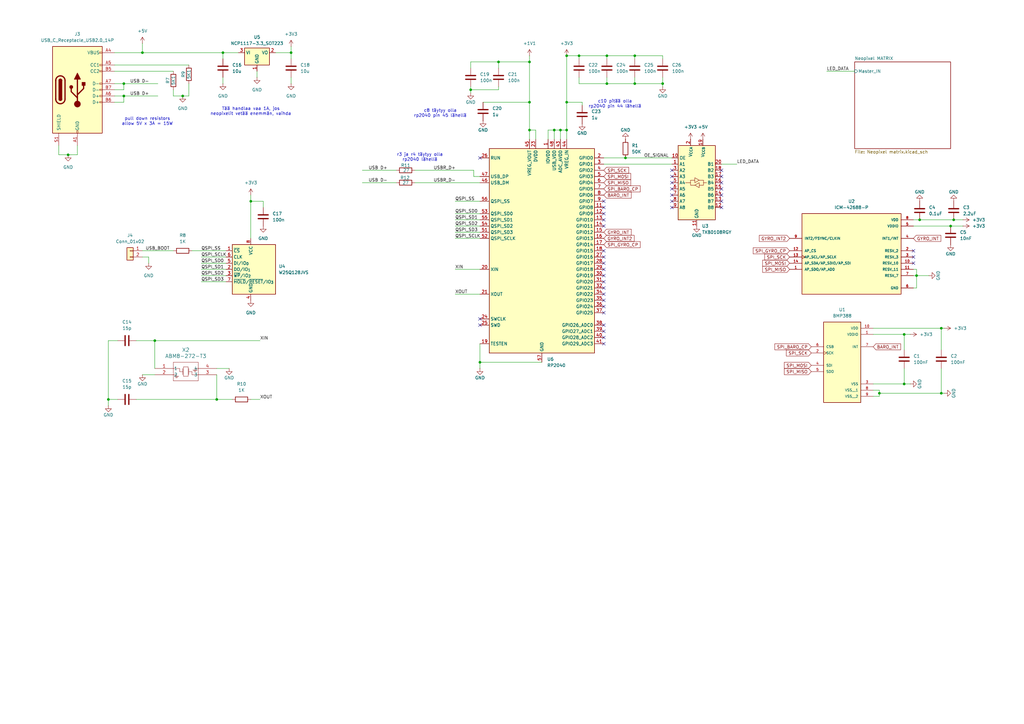
<source format=kicad_sch>
(kicad_sch (version 20250114) (generator "eeschema") (generator_version "9.0")
  (paper "A3")
  (title_block (title "This is composed of brightness only"))
  (lib_symbols
    (symbol "ABM8_272_T3:ABM8-272-T3" (pin_names (offset 0.254))
      (property "Reference" "X" (at 12.7 7.62 0))
      (property "Value" "ABM8-272-T3" (at 12.7 5.08 0))
      (symbol "ABM8-272-T3_0_1"
        (pin unspecified line (at 0 0 0) (length 7.62) (name "1") (number "1"))
        (pin unspecified line (at 0 -2.54 0) (length 7.62) (name "2") (number "2"))
        (pin unspecified line (at 25.4 0 180) (length 7.62) (name "4") (number "4"))
        (pin unspecified line (at 25.4 -2.54 180) (length 7.62) (name "3") (number "3"))
      )
    )
    (symbol "BPM388:BMP388" (pin_names (offset 1.016))
      (property "Reference" "U" (at -7.6281 15.2562 0))
      (property "Value" "BMP388" (at -7.6268 -20.3336 0))
      (symbol "BMP388_0_0"
        (pin input line (at -12.7 5.08 0) (length 5.08) (name "CSB") (number "6"))
        (pin input clock (at -12.7 2.54 0) (length 5.08) (name "SCK") (number "2"))
        (pin bidirectional line (at -12.7 -2.54 0) (length 5.08) (name "SDI") (number "4"))
        (pin bidirectional line (at -12.7 -5.08 0) (length 5.08) (name "SDO") (number "5"))
        (pin power_in line (at 12.7 12.7 180) (length 5.08) (name "VDD") (number "10"))
        (pin power_in line (at 12.7 10.16 180) (length 5.08) (name "VDDIO") (number "1"))
        (pin output line (at 12.7 5.08 180) (length 5.08) (name "INT") (number "7"))
        (pin power_in line (at 12.7 -10.16 180) (length 5.08) (name "VSS") (number "3"))
        (pin power_in line (at 12.7 -12.7 180) (length 5.08) (name "VSS__1") (number "8"))
        (pin power_in line (at 12.7 -15.24 180) (length 5.08) (name "VSS__2") (number "9"))
      )
    )
    (symbol "Connector:USB_C_Receptacle_USB2.0_14P" (pin_names (offset 1.016))
      (property "Reference" "J" (at 0 22.225 0))
      (property "Value" "USB_C_Receptacle_USB2.0_14P" (at 0 19.685 0))
      (symbol "USB_C_Receptacle_USB2.0_14P_1_1"
        (pin passive line (at -7.62 -22.86 90) (length 5.08) (name "SHIELD") (number "S1"))
        (pin passive line (at 0 -22.86 90) (length 5.08) (name "GND") (number "A1"))
        (pin passive line (at 0 -22.86 90) (length 5.08) (hide yes) (name "GND") (number "A12"))
        (pin passive line (at 0 -22.86 90) (length 5.08) (hide yes) (name "GND") (number "B1"))
        (pin passive line (at 0 -22.86 90) (length 5.08) (hide yes) (name "GND") (number "B12"))
        (pin passive line (at 15.24 15.24 180) (length 5.08) (name "VBUS") (number "A4"))
        (pin passive line (at 15.24 15.24 180) (length 5.08) (hide yes) (name "VBUS") (number "A9"))
        (pin passive line (at 15.24 15.24 180) (length 5.08) (hide yes) (name "VBUS") (number "B4"))
        (pin passive line (at 15.24 15.24 180) (length 5.08) (hide yes) (name "VBUS") (number "B9"))
        (pin bidirectional line (at 15.24 10.16 180) (length 5.08) (name "CC1") (number "A5"))
        (pin bidirectional line (at 15.24 7.62 180) (length 5.08) (name "CC2") (number "B5"))
        (pin bidirectional line (at 15.24 2.54 180) (length 5.08) (name "D-") (number "A7"))
        (pin bidirectional line (at 15.24 0 180) (length 5.08) (name "D-") (number "B7"))
        (pin bidirectional line (at 15.24 -2.54 180) (length 5.08) (name "D+") (number "A6"))
        (pin bidirectional line (at 15.24 -5.08 180) (length 5.08) (name "D+") (number "B6"))
      )
    )
    (symbol "Connector_Generic:Conn_01x02" (pin_names (offset 1.016) (hide yes))
      (property "Reference" "J" (at 0 2.54 0))
      (property "Value" "Conn_01x02" (at 0 -5.08 0))
      (symbol "Conn_01x02_1_1"
        (pin passive line (at -5.08 0 0) (length 3.81) (name "Pin_1") (number "1"))
        (pin passive line (at -5.08 -2.54 0) (length 3.81) (name "Pin_2") (number "2"))
      )
    )
    (symbol "Device:C" (pin_numbers (hide yes)) (pin_names (offset 0.254))
      (property "Reference" "C" (at 0.635 2.54 0))
      (property "Value" "C" (at 0.635 -2.54 0))
      (symbol "C_1_1"
        (pin passive line (at 0 3.81 270) (length 2.794) (name "~") (number "1"))
        (pin passive line (at 0 -3.81 90) (length 2.794) (name "~") (number "2"))
      )
    )
    (symbol "Device:R" (pin_numbers (hide yes)) (pin_names (offset 0))
      (property "Reference" "R" (at 2.032 0 90))
      (property "Value" "R" (at 0 0 90))
      (symbol "R_1_1"
        (pin passive line (at 0 3.81 270) (length 1.27) (name "~") (number "1"))
        (pin passive line (at 0 -3.81 90) (length 1.27) (name "~") (number "2"))
      )
    )
    (symbol "ICM_42688_P:ICM-42688-P" (pin_names (offset 1.016))
      (property "Reference" "U" (at -20.32 16.002 0))
      (property "Value" "ICM-42688-P" (at -20.32 -20.32 0))
      (symbol "ICM-42688-P_0_0"
        (pin bidirectional line (at -25.4 5.08 0) (length 5.08) (name "INT2/FSYNC/CLKIN") (number "9"))
        (pin input line (at -25.4 0 0) (length 5.08) (name "AP_CS") (number "12"))
        (pin input clock (at -25.4 -2.54 0) (length 5.08) (name "AP_SCL/AP_SCLK") (number "13"))
        (pin bidirectional line (at -25.4 -5.08 0) (length 5.08) (name "AP_SDA/AP_SDIO/AP_SDI") (number "14"))
        (pin bidirectional line (at -25.4 -7.62 0) (length 5.08) (name "AP_SDO/AP_AD0") (number "1"))
        (pin power_in line (at 25.4 12.7 180) (length 5.08) (name "VDD") (number "8"))
        (pin power_in line (at 25.4 10.16 180) (length 5.08) (name "VDDIO") (number "5"))
        (pin output line (at 25.4 5.08 180) (length 5.08) (name "INT1/INT") (number "4"))
        (pin passive line (at 25.4 0 180) (length 5.08) (name "RESV_2") (number "2"))
        (pin passive line (at 25.4 -2.54 180) (length 5.08) (name "RESV_3") (number "3"))
        (pin passive line (at 25.4 -5.08 180) (length 5.08) (name "RESV_10") (number "10"))
        (pin passive line (at 25.4 -7.62 180) (length 5.08) (name "RESV_11") (number "11"))
        (pin passive line (at 25.4 -10.16 180) (length 5.08) (name "RESV_7") (number "7"))
        (pin power_in line (at 25.4 -15.24 180) (length 5.08) (name "GND") (number "6"))
      )
    )
    (symbol "Logic_LevelTranslator:TXB0108RGY"
      (property "Reference" "U" (at -6.35 16.51 0))
      (property "Value" "TXB0108RGY" (at 3.81 16.51 0))
      (symbol "TXB0108RGY_1_1"
        (pin input line (at -10.16 10.16 0) (length 2.54) (name "OE") (number "10"))
        (pin bidirectional line (at -10.16 7.62 0) (length 2.54) (name "A1") (number "1"))
        (pin bidirectional line (at -10.16 5.08 0) (length 2.54) (name "A2") (number "3"))
        (pin bidirectional line (at -10.16 2.54 0) (length 2.54) (name "A3") (number "4"))
        (pin bidirectional line (at -10.16 0 0) (length 2.54) (name "A4") (number "5"))
        (pin bidirectional line (at -10.16 -2.54 0) (length 2.54) (name "A5") (number "6"))
        (pin bidirectional line (at -10.16 -5.08 0) (length 2.54) (name "A6") (number "7"))
        (pin bidirectional line (at -10.16 -7.62 0) (length 2.54) (name "A7") (number "8"))
        (pin bidirectional line (at -10.16 -10.16 0) (length 2.54) (name "A8") (number "9"))
        (pin power_in line (at -2.54 17.78 270) (length 2.54) (name "V_{CCA}") (number "2"))
        (pin power_in line (at 0 -17.78 90) (length 2.54) (name "GND") (number "11"))
        (pin passive line (at 0 -17.78 90) (length 2.54) (hide yes) (name "GND") (number "21"))
        (pin power_in line (at 2.54 17.78 270) (length 2.54) (name "V_{CCB}") (number "19"))
        (pin bidirectional line (at 10.16 7.62 180) (length 2.54) (name "B1") (number "20"))
        (pin bidirectional line (at 10.16 5.08 180) (length 2.54) (name "B2") (number "18"))
        (pin bidirectional line (at 10.16 2.54 180) (length 2.54) (name "B3") (number "17"))
        (pin bidirectional line (at 10.16 0 180) (length 2.54) (name "B4") (number "16"))
        (pin bidirectional line (at 10.16 -2.54 180) (length 2.54) (name "B5") (number "15"))
        (pin bidirectional line (at 10.16 -5.08 180) (length 2.54) (name "B6") (number "14"))
        (pin bidirectional line (at 10.16 -7.62 180) (length 2.54) (name "B7") (number "13"))
        (pin bidirectional line (at 10.16 -10.16 180) (length 2.54) (name "B8") (number "12"))
      )
    )
    (symbol "MCU_RaspberryPi:RP2040"
      (property "Reference" "U" (at 17.78 45.72 0))
      (property "Value" "RP2040" (at 17.78 43.18 0))
      (symbol "RP2040_1_1"
        (pin input line (at -25.4 38.1 0) (length 3.81) (name "RUN") (number "26"))
        (pin bidirectional line (at -25.4 30.48 0) (length 3.81) (name "USB_DP") (number "47"))
        (pin bidirectional line (at -25.4 27.94 0) (length 3.81) (name "USB_DM") (number "46"))
        (pin bidirectional line (at -25.4 20.32 0) (length 3.81) (name "QSPI_SS") (number "56"))
        (pin bidirectional line (at -25.4 15.24 0) (length 3.81) (name "QSPI_SD0") (number "53"))
        (pin bidirectional line (at -25.4 12.7 0) (length 3.81) (name "QSPI_SD1") (number "55"))
        (pin bidirectional line (at -25.4 10.16 0) (length 3.81) (name "QSPI_SD2") (number "54"))
        (pin bidirectional line (at -25.4 7.62 0) (length 3.81) (name "QSPI_SD3") (number "51"))
        (pin output line (at -25.4 5.08 0) (length 3.81) (name "QSPI_SCLK") (number "52"))
        (pin input line (at -25.4 -7.62 0) (length 3.81) (name "XIN") (number "20"))
        (pin passive line (at -25.4 -17.78 0) (length 3.81) (name "XOUT") (number "21"))
        (pin input line (at -25.4 -27.94 0) (length 3.81) (name "SWCLK") (number "24"))
        (pin bidirectional line (at -25.4 -30.48 0) (length 3.81) (name "SWD") (number "25"))
        (pin input line (at -25.4 -38.1 0) (length 3.81) (name "TESTEN") (number "19"))
        (pin power_out line (at -5.08 45.72 270) (length 3.81) (name "VREG_VOUT") (number "45"))
        (pin power_in line (at -2.54 45.72 270) (length 3.81) (name "DVDD") (number "23"))
        (pin passive line (at -2.54 45.72 270) (length 3.81) (hide yes) (name "DVDD") (number "50"))
        (pin power_in line (at 0 -45.72 90) (length 3.81) (name "GND") (number "57"))
        (pin power_in line (at 2.54 45.72 270) (length 3.81) (name "IOVDD") (number "1"))
        (pin passive line (at 2.54 45.72 270) (length 3.81) (hide yes) (name "IOVDD") (number "10"))
        (pin passive line (at 2.54 45.72 270) (length 3.81) (hide yes) (name "IOVDD") (number "22"))
        (pin passive line (at 2.54 45.72 270) (length 3.81) (hide yes) (name "IOVDD") (number "33"))
        (pin passive line (at 2.54 45.72 270) (length 3.81) (hide yes) (name "IOVDD") (number "42"))
        (pin passive line (at 2.54 45.72 270) (length 3.81) (hide yes) (name "IOVDD") (number "49"))
        (pin power_in line (at 5.08 45.72 270) (length 3.81) (name "USB_VDD") (number "48"))
        (pin power_in line (at 7.62 45.72 270) (length 3.81) (name "ADC_AVDD") (number "43"))
        (pin power_in line (at 10.16 45.72 270) (length 3.81) (name "VREG_IN") (number "44"))
        (pin bidirectional line (at 25.4 38.1 180) (length 3.81) (name "GPIO0") (number "2"))
        (pin bidirectional line (at 25.4 35.56 180) (length 3.81) (name "GPIO1") (number "3"))
        (pin bidirectional line (at 25.4 33.02 180) (length 3.81) (name "GPIO2") (number "4"))
        (pin bidirectional line (at 25.4 30.48 180) (length 3.81) (name "GPIO3") (number "5"))
        (pin bidirectional line (at 25.4 27.94 180) (length 3.81) (name "GPIO4") (number "6"))
        (pin bidirectional line (at 25.4 25.4 180) (length 3.81) (name "GPIO5") (number "7"))
        (pin bidirectional line (at 25.4 22.86 180) (length 3.81) (name "GPIO6") (number "8"))
        (pin bidirectional line (at 25.4 20.32 180) (length 3.81) (name "GPIO7") (number "9"))
        (pin bidirectional line (at 25.4 17.78 180) (length 3.81) (name "GPIO8") (number "11"))
        (pin bidirectional line (at 25.4 15.24 180) (length 3.81) (name "GPIO9") (number "12"))
        (pin bidirectional line (at 25.4 12.7 180) (length 3.81) (name "GPIO10") (number "13"))
        (pin bidirectional line (at 25.4 10.16 180) (length 3.81) (name "GPIO11") (number "14"))
        (pin bidirectional line (at 25.4 7.62 180) (length 3.81) (name "GPIO12") (number "15"))
        (pin bidirectional line (at 25.4 5.08 180) (length 3.81) (name "GPIO13") (number "16"))
        (pin bidirectional line (at 25.4 2.54 180) (length 3.81) (name "GPIO14") (number "17"))
        (pin bidirectional line (at 25.4 0 180) (length 3.81) (name "GPIO15") (number "18"))
        (pin bidirectional line (at 25.4 -2.54 180) (length 3.81) (name "GPIO16") (number "27"))
        (pin bidirectional line (at 25.4 -5.08 180) (length 3.81) (name "GPIO17") (number "28"))
        (pin bidirectional line (at 25.4 -7.62 180) (length 3.81) (name "GPIO18") (number "29"))
        (pin bidirectional line (at 25.4 -10.16 180) (length 3.81) (name "GPIO19") (number "30"))
        (pin bidirectional line (at 25.4 -12.7 180) (length 3.81) (name "GPIO20") (number "31"))
        (pin bidirectional line (at 25.4 -15.24 180) (length 3.81) (name "GPIO21") (number "32"))
        (pin bidirectional line (at 25.4 -17.78 180) (length 3.81) (name "GPIO22") (number "34"))
        (pin bidirectional line (at 25.4 -20.32 180) (length 3.81) (name "GPIO23") (number "35"))
        (pin bidirectional line (at 25.4 -22.86 180) (length 3.81) (name "GPIO24") (number "36"))
        (pin bidirectional line (at 25.4 -25.4 180) (length 3.81) (name "GPIO25") (number "37"))
        (pin bidirectional line (at 25.4 -30.48 180) (length 3.81) (name "GPIO26_ADC0") (number "38"))
        (pin bidirectional line (at 25.4 -33.02 180) (length 3.81) (name "GPIO27_ADC1") (number "39"))
        (pin bidirectional line (at 25.4 -35.56 180) (length 3.81) (name "GPIO28_ADC2") (number "40"))
        (pin bidirectional line (at 25.4 -38.1 180) (length 3.81) (name "GPIO29_ADC3") (number "41"))
      )
    )
    (symbol "Memory_Flash:W25Q128JVS"
      (property "Reference" "U" (at -6.35 11.43 0))
      (property "Value" "W25Q128JVS" (at 7.62 11.43 0))
      (symbol "W25Q128JVS_1_1"
        (pin input line (at -10.16 7.62 0) (length 2.54) (name "~{CS}") (number "1"))
        (pin input line (at -10.16 5.08 0) (length 2.54) (name "CLK") (number "6"))
        (pin bidirectional line (at -10.16 2.54 0) (length 2.54) (name "DI/IO_{0}") (number "5"))
        (pin bidirectional line (at -10.16 0 0) (length 2.54) (name "DO/IO_{1}") (number "2"))
        (pin bidirectional line (at -10.16 -2.54 0) (length 2.54) (name "~{WP}/IO_{2}") (number "3"))
        (pin bidirectional line (at -10.16 -5.08 0) (length 2.54) (name "~{HOLD}/~{RESET}/IO_{3}") (number "7"))
        (pin power_in line (at 0 12.7 270) (length 2.54) (name "VCC") (number "8"))
        (pin power_in line (at 0 -12.7 90) (length 2.54) (name "GND") (number "4"))
      )
    )
    (symbol "Regulator_Linear:NCP1117-3.3_SOT223"
      (property "Reference" "U" (at -3.81 3.175 0))
      (property "Value" "NCP1117-3.3_SOT223" (at 0 3.175 0))
      (symbol "NCP1117-3.3_SOT223_1_1"
        (pin power_in line (at -7.62 0 0) (length 2.54) (name "VI") (number "3"))
        (pin power_in line (at 0 -7.62 90) (length 2.54) (name "GND") (number "1"))
        (pin power_out line (at 7.62 0 180) (length 2.54) (name "VO") (number "2"))
      )
    )
    (symbol "power:+1V1" (power) (pin_numbers (hide yes)) (pin_names (offset 0) (hide yes))
      (property "Value" "+1V1" (at 0 3.556 0))
      (symbol "+1V1_1_1"
        (pin power_in line (at 0 0 90) (length 0) (name "~") (number "1"))
      )
    )
    (symbol "power:+3V3" (power) (pin_numbers (hide yes)) (pin_names (offset 0) (hide yes))
      (property "Value" "+3V3" (at 0 3.556 0))
      (symbol "+3V3_1_1"
        (pin power_in line (at 0 0 90) (length 0) (name "~") (number "1"))
      )
    )
    (symbol "power:+5V" (power) (pin_numbers (hide yes)) (pin_names (offset 0) (hide yes))
      (property "Value" "+5V" (at 0 3.556 0))
      (symbol "+5V_1_1"
        (pin power_in line (at 0 0 90) (length 0) (name "~") (number "1"))
      )
    )
    (symbol "power:GND" (power) (pin_numbers (hide yes)) (pin_names (offset 0) (hide yes))
      (property "Value" "GND" (at 0 -3.81 0))
      (symbol "GND_1_1"
        (pin power_in line (at 0 0 270) (length 0) (name "~") (number "1"))
      )
    )
  )
  (text "c10 pitää olla\nrp2040 pin 44 lähellä" (at 252.222 42.672 0) (effects (font (size 1.27 1.27))))
  (text "r3 ja r4 täytyy olla\nrp2040 lähellä" (at 172.212 64.516 0) (effects (font (size 1.27 1.27))))
  (text "pull down resistors\nallow 5V x 3A = 15W" (at 60.452 49.784 0) (effects (font (size 1.27 1.27))))
  (text "Tää handlaa vaa 1A, jos\nneopixelit vetää enemmän, vaihda" (at 102.87 45.72 0) (effects (font (size 1.27 1.27))))
  (text "c8 täytyy olla\nrp2040 pin 45 lähellä" (at 180.594 46.482 0) (effects (font (size 1.27 1.27))))
  (junction (at 370.84 137.16))
  (junction (at 74.93 39.37))
  (junction (at 375.92 113.03))
  (junction (at 27.94 63.5))
  (junction (at 229.87 53.34))
  (junction (at 102.87 82.55))
  (junction (at 196.85 148.59))
  (junction (at 232.41 53.34))
  (junction (at 386.08 134.62))
  (junction (at 360.68 161.29))
  (junction (at 248.92 34.29))
  (junction (at 217.17 41.91))
  (junction (at 377.19 90.17))
  (junction (at 248.92 22.86))
  (junction (at 44.45 163.83))
  (junction (at 217.17 53.34))
  (junction (at 91.44 21.59))
  (junction (at 260.35 34.29))
  (junction (at 232.41 22.86))
  (junction (at 256.54 64.77))
  (junction (at 271.78 34.29))
  (junction (at 63.5 139.7))
  (junction (at 217.17 25.4))
  (junction (at 58.42 21.59))
  (junction (at 237.49 22.86))
  (junction (at 391.16 90.17))
  (junction (at 389.89 92.71))
  (junction (at 50.8 34.29))
  (junction (at 386.08 161.29))
  (junction (at 50.8 39.37))
  (junction (at 232.41 41.91))
  (junction (at 227.33 53.34))
  (junction (at 88.9 163.83))
  (junction (at 370.84 157.48))
  (junction (at 193.04 36.83))
  (junction (at 260.35 22.86))
  (junction (at 204.47 25.4))
  (junction (at 119.38 21.59))
  (no_connect (at 247.65 135.89))
  (no_connect (at 295.91 74.93))
  (no_connect (at 247.65 133.35))
  (no_connect (at 275.59 85.09))
  (no_connect (at 247.65 125.73))
  (no_connect (at 247.65 120.65))
  (no_connect (at 247.65 123.19))
  (no_connect (at 374.65 105.41))
  (no_connect (at 247.65 118.11))
  (no_connect (at 247.65 105.41))
  (no_connect (at 275.59 74.93))
  (no_connect (at 247.65 110.49))
  (no_connect (at 247.65 113.03))
  (no_connect (at 196.85 133.35))
  (no_connect (at 295.91 82.55))
  (no_connect (at 247.65 82.55))
  (no_connect (at 295.91 85.09))
  (no_connect (at 295.91 72.39))
  (no_connect (at 275.59 72.39))
  (no_connect (at 275.59 80.01))
  (no_connect (at 247.65 92.71))
  (no_connect (at 275.59 82.55))
  (no_connect (at 196.85 64.77))
  (no_connect (at 247.65 90.17))
  (no_connect (at 247.65 128.27))
  (no_connect (at 247.65 85.09))
  (no_connect (at 295.91 80.01))
  (no_connect (at 196.85 130.81))
  (no_connect (at 295.91 77.47))
  (no_connect (at 374.65 102.87))
  (no_connect (at 275.59 77.47))
  (no_connect (at 247.65 140.97))
  (no_connect (at 247.65 87.63))
  (no_connect (at 295.91 69.85))
  (no_connect (at 275.59 69.85))
  (no_connect (at 374.65 107.95))
  (no_connect (at 247.65 107.95))
  (no_connect (at 247.65 102.87))
  (no_connect (at 247.65 115.57))
  (no_connect (at 247.65 138.43))
  (wire (pts (xy 46.99 26.67) (xy 77.47 26.67)))
  (wire (pts (xy 302.26 67.31) (xy 295.91 67.31)))
  (wire (pts (xy 193.04 35.56) (xy 193.04 36.83)))
  (wire (pts (xy 238.76 43.18) (xy 238.76 41.91)))
  (wire (pts (xy 204.47 36.83) (xy 193.04 36.83)))
  (wire (pts (xy 358.14 134.62) (xy 386.08 134.62)))
  (wire (pts (xy 217.17 25.4) (xy 217.17 41.91)))
  (wire (pts (xy 50.8 34.29) (xy 64.77 34.29)))
  (wire (pts (xy 358.14 157.48) (xy 370.84 157.48)))
  (wire (pts (xy 48.26 163.83) (xy 44.45 163.83)))
  (wire (pts (xy 113.03 21.59) (xy 119.38 21.59)))
  (wire (pts (xy 375.92 118.11) (xy 375.92 113.03)))
  (wire (pts (xy 50.8 36.83) (xy 50.8 34.29)))
  (wire (pts (xy 360.68 161.29) (xy 386.08 161.29)))
  (wire (pts (xy 48.26 139.7) (xy 44.45 139.7)))
  (wire (pts (xy 219.71 57.15) (xy 219.71 53.34)))
  (wire (pts (xy 186.69 87.63) (xy 196.85 87.63)))
  (wire (pts (xy 148.59 69.85) (xy 162.56 69.85)))
  (wire (pts (xy 217.17 22.86) (xy 217.17 25.4)))
  (wire (pts (xy 196.85 72.39) (xy 194.31 72.39)))
  (wire (pts (xy 194.31 72.39) (xy 194.31 69.85)))
  (wire (pts (xy 186.69 120.65) (xy 196.85 120.65)))
  (wire (pts (xy 375.92 113.03) (xy 374.65 113.03)))
  (wire (pts (xy 88.9 163.83) (xy 95.25 163.83)))
  (wire (pts (xy 44.45 139.7) (xy 44.45 163.83)))
  (wire (pts (xy 31.75 59.69) (xy 31.75 63.5)))
  (wire (pts (xy 377.19 90.17) (xy 391.16 90.17)))
  (wire (pts (xy 186.69 95.25) (xy 196.85 95.25)))
  (wire (pts (xy 389.89 92.71) (xy 394.97 92.71)))
  (wire (pts (xy 386.08 161.29) (xy 387.35 161.29)))
  (wire (pts (xy 31.75 63.5) (xy 27.94 63.5)))
  (wire (pts (xy 386.08 134.62) (xy 386.08 143.51)))
  (wire (pts (xy 91.44 21.59) (xy 91.44 24.13)))
  (wire (pts (xy 170.18 74.93) (xy 196.85 74.93)))
  (wire (pts (xy 247.65 64.77) (xy 256.54 64.77)))
  (wire (pts (xy 224.79 53.34) (xy 227.33 53.34)))
  (wire (pts (xy 46.99 29.21) (xy 71.12 29.21)))
  (wire (pts (xy 386.08 151.13) (xy 386.08 161.29)))
  (wire (pts (xy 24.13 59.69) (xy 24.13 63.5)))
  (wire (pts (xy 217.17 53.34) (xy 217.17 57.15)))
  (wire (pts (xy 374.65 110.49) (xy 375.92 110.49)))
  (wire (pts (xy 107.95 85.09) (xy 107.95 82.55)))
  (wire (pts (xy 198.12 41.91) (xy 217.17 41.91)))
  (wire (pts (xy 102.87 80.01) (xy 102.87 82.55)))
  (wire (pts (xy 248.92 31.75) (xy 248.92 34.29)))
  (wire (pts (xy 82.55 105.41) (xy 92.71 105.41)))
  (wire (pts (xy 193.04 36.83) (xy 193.04 38.1)))
  (wire (pts (xy 63.5 139.7) (xy 63.5 151.13)))
  (wire (pts (xy 71.12 39.37) (xy 74.93 39.37)))
  (wire (pts (xy 50.8 41.91) (xy 50.8 39.37)))
  (wire (pts (xy 391.16 90.17) (xy 394.97 90.17)))
  (wire (pts (xy 271.78 34.29) (xy 271.78 35.56)))
  (wire (pts (xy 107.95 82.55) (xy 102.87 82.55)))
  (wire (pts (xy 248.92 34.29) (xy 260.35 34.29)))
  (wire (pts (xy 78.74 102.87) (xy 92.71 102.87)))
  (wire (pts (xy 88.9 151.13) (xy 93.98 151.13)))
  (wire (pts (xy 119.38 31.75) (xy 119.38 34.29)))
  (wire (pts (xy 237.49 34.29) (xy 248.92 34.29)))
  (wire (pts (xy 360.68 160.02) (xy 360.68 161.29)))
  (wire (pts (xy 260.35 22.86) (xy 248.92 22.86)))
  (wire (pts (xy 186.69 110.49) (xy 196.85 110.49)))
  (wire (pts (xy 260.35 31.75) (xy 260.35 34.29)))
  (wire (pts (xy 238.76 41.91) (xy 232.41 41.91)))
  (wire (pts (xy 222.25 148.59) (xy 196.85 148.59)))
  (wire (pts (xy 227.33 53.34) (xy 229.87 53.34)))
  (wire (pts (xy 55.88 139.7) (xy 63.5 139.7)))
  (wire (pts (xy 106.68 139.7) (xy 63.5 139.7)))
  (wire (pts (xy 248.92 22.86) (xy 248.92 24.13)))
  (wire (pts (xy 102.87 82.55) (xy 102.87 97.79)))
  (wire (pts (xy 193.04 27.94) (xy 193.04 25.4)))
  (wire (pts (xy 237.49 22.86) (xy 232.41 22.86)))
  (wire (pts (xy 46.99 39.37) (xy 50.8 39.37)))
  (wire (pts (xy 24.13 63.5) (xy 27.94 63.5)))
  (wire (pts (xy 370.84 137.16) (xy 370.84 143.51)))
  (wire (pts (xy 370.84 151.13) (xy 370.84 157.48)))
  (wire (pts (xy 119.38 21.59) (xy 119.38 24.13)))
  (wire (pts (xy 119.38 21.59) (xy 119.38 19.05)))
  (wire (pts (xy 358.14 162.56) (xy 360.68 162.56)))
  (wire (pts (xy 360.68 161.29) (xy 360.68 162.56)))
  (wire (pts (xy 82.55 115.57) (xy 92.71 115.57)))
  (wire (pts (xy 381 113.03) (xy 375.92 113.03)))
  (wire (pts (xy 58.42 153.67) (xy 63.5 153.67)))
  (wire (pts (xy 58.42 21.59) (xy 58.42 17.78)))
  (wire (pts (xy 82.55 107.95) (xy 92.71 107.95)))
  (wire (pts (xy 224.79 57.15) (xy 224.79 53.34)))
  (wire (pts (xy 247.65 67.31) (xy 275.59 67.31)))
  (wire (pts (xy 232.41 22.86) (xy 232.41 41.91)))
  (wire (pts (xy 186.69 82.55) (xy 196.85 82.55)))
  (wire (pts (xy 193.04 25.4) (xy 204.47 25.4)))
  (wire (pts (xy 358.14 160.02) (xy 360.68 160.02)))
  (wire (pts (xy 260.35 22.86) (xy 260.35 24.13)))
  (wire (pts (xy 256.54 64.77) (xy 275.59 64.77)))
  (wire (pts (xy 386.08 134.62) (xy 387.35 134.62)))
  (wire (pts (xy 358.14 137.16) (xy 370.84 137.16)))
  (wire (pts (xy 229.87 53.34) (xy 232.41 53.34)))
  (wire (pts (xy 374.65 90.17) (xy 377.19 90.17)))
  (wire (pts (xy 204.47 25.4) (xy 204.47 27.94)))
  (wire (pts (xy 44.45 163.83) (xy 44.45 166.37)))
  (wire (pts (xy 271.78 24.13) (xy 271.78 22.86)))
  (wire (pts (xy 204.47 35.56) (xy 204.47 36.83)))
  (wire (pts (xy 88.9 163.83) (xy 88.9 153.67)))
  (wire (pts (xy 82.55 113.03) (xy 92.71 113.03)))
  (wire (pts (xy 204.47 25.4) (xy 217.17 25.4)))
  (wire (pts (xy 46.99 21.59) (xy 58.42 21.59)))
  (wire (pts (xy 82.55 110.49) (xy 92.71 110.49)))
  (wire (pts (xy 232.41 53.34) (xy 232.41 57.15)))
  (wire (pts (xy 58.42 21.59) (xy 91.44 21.59)))
  (wire (pts (xy 77.47 39.37) (xy 74.93 39.37)))
  (wire (pts (xy 271.78 31.75) (xy 271.78 34.29)))
  (wire (pts (xy 194.31 69.85) (xy 170.18 69.85)))
  (wire (pts (xy 237.49 31.75) (xy 237.49 34.29)))
  (wire (pts (xy 271.78 22.86) (xy 260.35 22.86)))
  (wire (pts (xy 50.8 39.37) (xy 64.77 39.37)))
  (wire (pts (xy 227.33 57.15) (xy 227.33 53.34)))
  (wire (pts (xy 248.92 22.86) (xy 237.49 22.86)))
  (wire (pts (xy 374.65 118.11) (xy 375.92 118.11)))
  (wire (pts (xy 237.49 22.86) (xy 237.49 24.13)))
  (wire (pts (xy 186.69 90.17) (xy 196.85 90.17)))
  (wire (pts (xy 217.17 41.91) (xy 217.17 53.34)))
  (wire (pts (xy 46.99 36.83) (xy 50.8 36.83)))
  (wire (pts (xy 232.41 41.91) (xy 232.41 53.34)))
  (wire (pts (xy 375.92 110.49) (xy 375.92 113.03)))
  (wire (pts (xy 339.09 29.21) (xy 350.52 29.21)))
  (wire (pts (xy 46.99 34.29) (xy 50.8 34.29)))
  (wire (pts (xy 370.84 157.48) (xy 373.38 157.48)))
  (wire (pts (xy 148.59 74.93) (xy 162.56 74.93)))
  (wire (pts (xy 260.35 34.29) (xy 271.78 34.29)))
  (wire (pts (xy 105.41 29.21) (xy 105.41 31.75)))
  (wire (pts (xy 60.96 107.95) (xy 60.96 105.41)))
  (wire (pts (xy 46.99 41.91) (xy 50.8 41.91)))
  (wire (pts (xy 102.87 163.83) (xy 106.68 163.83)))
  (wire (pts (xy 196.85 148.59) (xy 196.85 151.13)))
  (wire (pts (xy 186.69 97.79) (xy 196.85 97.79)))
  (wire (pts (xy 196.85 140.97) (xy 196.85 148.59)))
  (wire (pts (xy 58.42 102.87) (xy 71.12 102.87)))
  (wire (pts (xy 71.12 36.83) (xy 71.12 39.37)))
  (wire (pts (xy 60.96 105.41) (xy 58.42 105.41)))
  (wire (pts (xy 91.44 21.59) (xy 97.79 21.59)))
  (wire (pts (xy 55.88 163.83) (xy 88.9 163.83)))
  (wire (pts (xy 77.47 34.29) (xy 77.47 39.37)))
  (wire (pts (xy 374.65 92.71) (xy 389.89 92.71)))
  (wire (pts (xy 186.69 92.71) (xy 196.85 92.71)))
  (wire (pts (xy 91.44 31.75) (xy 91.44 34.29)))
  (wire (pts (xy 219.71 53.34) (xy 217.17 53.34)))
  (wire (pts (xy 370.84 137.16) (xy 373.38 137.16)))
  (wire (pts (xy 229.87 57.15) (xy 229.87 53.34)))
  (label "QSPI_SD1" (at 82.55 110.49 0))
  (label "XIN" (at 106.68 139.7 0))
  (label "XIN" (at 186.69 110.49 0))
  (label "QSPI_SD2" (at 82.55 113.03 0))
  (label "USBR_D-" (at 177.8 74.93 0))
  (label "QSPI_SCLK" (at 186.69 97.79 0))
  (label "QSPI_SS" (at 82.55 102.87 0))
  (label "QSPI_SCLK" (at 82.55 105.41 0))
  (label "QSPI_SD3" (at 82.55 115.57 0))
  (label "XOUT" (at 106.68 163.83 0))
  (label "LED_DATA" (at 302.26 67.31 0))
  (label "QSPI_SS" (at 186.69 82.55 0))
  (label "QSPI_SD3" (at 186.69 95.25 0))
  (label "USB D-" (at 151.13 74.93 0))
  (label "USBR_D+" (at 177.8 69.85 0))
  (label "USB D-" (at 53.34 34.29 0))
  (label "QSPI_SD1" (at 186.69 90.17 0))
  (label "USB_BOOT" (at 59.69 102.87 0))
  (label "QSPI_SD0" (at 82.55 107.95 0))
  (label "OE_SIGNAL" (at 264.16 64.77 0))
  (label "XOUT" (at 186.69 120.65 0))
  (label "QSPI_SD2" (at 186.69 92.71 0))
  (label "USB D+" (at 151.13 69.85 0))
  (label "QSPI_SD0" (at 186.69 87.63 0))
  (label "USB D+" (at 53.34 39.37 0))
  (label "LED_DATA" (at 339.09 29.21 0))
  (global_label "GYRO_INT2" (shape input) (at 247.65 97.79 0) (property "Intersheetrefs" "${INTERSHEET_REFS}" (effects (hide yes))))
  (global_label "SPI_BARO_CP" (shape input) (at 247.65 77.47 0) (property "Intersheetrefs" "${INTERSHEET_REFS}" (effects (hide yes))))
  (global_label "SPI_SCK" (shape input) (at 247.65 69.85 0) (property "Intersheetrefs" "${INTERSHEET_REFS}" (effects (hide yes))))
  (global_label "GYRO_INT2" (shape input) (at 323.85 97.79 180) (property "Intersheetrefs" "${INTERSHEET_REFS}" (effects (hide yes))))
  (global_label "SPI_SCK" (shape input) (at 332.74 144.78 180) (property "Intersheetrefs" "${INTERSHEET_REFS}" (effects (hide yes))))
  (global_label "BARO_INT" (shape input) (at 247.65 80.01 0) (property "Intersheetrefs" "${INTERSHEET_REFS}" (effects (hide yes))))
  (global_label "SPI_SCK" (shape input) (at 323.85 105.41 180) (property "Intersheetrefs" "${INTERSHEET_REFS}" (effects (hide yes))))
  (global_label "SPI_GYRO_CP" (shape input) (at 323.85 102.87 180) (property "Intersheetrefs" "${INTERSHEET_REFS}" (effects (hide yes))))
  (global_label "SPI_MISO" (shape input) (at 323.85 110.49 180) (property "Intersheetrefs" "${INTERSHEET_REFS}" (effects (hide yes))))
  (global_label "GYRO_INT" (shape input) (at 247.65 95.25 0) (property "Intersheetrefs" "${INTERSHEET_REFS}" (effects (hide yes))))
  (global_label "SPI_BARO_CP" (shape input) (at 332.74 142.24 180) (property "Intersheetrefs" "${INTERSHEET_REFS}" (effects (hide yes))))
  (global_label "SPI_MOSI" (shape input) (at 247.65 72.39 0) (property "Intersheetrefs" "${INTERSHEET_REFS}" (effects (hide yes))))
  (global_label "SPI_GYRO_CP" (shape input) (at 247.65 100.33 0) (property "Intersheetrefs" "${INTERSHEET_REFS}" (effects (hide yes))))
  (global_label "SPI_MOSI" (shape input) (at 323.85 107.95 180) (property "Intersheetrefs" "${INTERSHEET_REFS}" (effects (hide yes))))
  (global_label "SPI_MISO" (shape input) (at 332.74 152.4 180) (property "Intersheetrefs" "${INTERSHEET_REFS}" (effects (hide yes))))
  (global_label "SPI_MOSI" (shape input) (at 332.74 149.86 180) (property "Intersheetrefs" "${INTERSHEET_REFS}" (effects (hide yes))))
  (global_label "GYRO_INT" (shape input) (at 374.65 97.79 0) (property "Intersheetrefs" "${INTERSHEET_REFS}" (effects (hide yes))))
  (global_label "BARO_INT" (shape input) (at 358.14 142.24 0) (property "Intersheetrefs" "${INTERSHEET_REFS}" (effects (hide yes))))
  (global_label "SPI_MISO" (shape input) (at 247.65 74.93 0) (property "Intersheetrefs" "${INTERSHEET_REFS}" (effects (hide yes))))
  (symbol (lib_id "Connector:USB_C_Receptacle_USB2.0_14P") (at 31.75 36.83 0) (unit 1)
    (property "Reference" "J3" (at 31.75 13.97 0))
    (property "Value" "USB_C_Receptacle_USB2.0_14P" (at 31.75 16.51 0))
    (property "Footprint" "Connector_USB:USB_C_Receptacle_Amphenol_124019772112A" (effects (hide yes)))
    (property "Datasheet" "https://www.usb.org/sites/default/files/documents/usb_type-c.zip" (effects (hide yes)))
    (property "Description" "USB 2.0-only 14P Type-C Receptacle connector" (effects (hide yes)))
  )
  (symbol (lib_id "Regulator_Linear:NCP1117-3.3_SOT223") (at 105.41 21.59 0) (unit 1)
    (property "Reference" "U5" (at 105.41 15.24 0))
    (property "Value" "NCP1117-3.3_SOT223" (at 105.41 17.78 0))
    (property "Footprint" "Package_TO_SOT_SMD:SOT-223-3_TabPin2" (effects (hide yes)))
    (property "Datasheet" "http://www.onsemi.com/pub_link/Collateral/NCP1117-D.PDF" (effects (hide yes)))
    (property "Description" "1A Low drop-out regulator, Fixed Output 3.3V, SOT-223" (effects (hide yes)))
  )
  (symbol (lib_id "power:GND") (at 391.16 82.55 180) (unit 1)
    (property "Reference" "#PWR071" (effects (hide yes)))
    (property "Value" "GND" (at 391.16 78.74 0))
    (property "Description" "Power symbol creates a global label with name \"GND\" , ground" (effects (hide yes)))
  )
  (symbol (lib_id "power:GND") (at 91.44 34.29 0) (unit 1)
    (property "Reference" "#PWR028" (effects (hide yes)))
    (property "Value" "GND" (at 91.44 39.37 0))
    (property "Description" "Power symbol creates a global label with name \"GND\" , ground" (effects (hide yes)))
  )
  (symbol (lib_id "power:GND") (at 102.87 123.19 0) (unit 1)
    (property "Reference" "#PWR031" (effects (hide yes)))
    (property "Value" "GND" (at 102.87 128.27 0))
    (property "Description" "Power symbol creates a global label with name \"GND\" , ground" (effects (hide yes)))
  )
  (symbol (lib_id "power:GND") (at 58.42 153.67 0) (unit 1)
    (property "Reference" "#PWR025" (effects (hide yes)))
    (property "Value" "GND" (at 58.42 157.48 0))
    (property "Description" "Power symbol creates a global label with name \"GND\" , ground" (effects (hide yes)))
  )
  (symbol (lib_id "power:+3V3") (at 394.97 90.17 270) (unit 1)
    (property "Reference" "#PWR069" (effects (hide yes)))
    (property "Value" "+3V3" (at 398.78 90.1699 90) (effects (justify left)))
    (property "Description" "Power symbol creates a global label with name \"+3V3\"" (effects (hide yes)))
  )
  (symbol (lib_id "power:+3V3") (at 232.41 22.86 0) (unit 1)
    (property "Reference" "#PWR040" (effects (hide yes)))
    (property "Value" "+3V3" (at 232.41 17.78 0))
    (property "Description" "Power symbol creates a global label with name \"+3V3\"" (effects (hide yes)))
  )
  (symbol (lib_id "Device:C") (at 271.78 27.94 0) (unit 1)
    (property "Reference" "C26" (at 275.59 26.6699 0) (effects (justify left)))
    (property "Value" "100n" (at 275.59 29.2099 0) (effects (justify left)))
    (property "Footprint" "Capacitor_SMD:C_0805_2012Metric" (effects (hide yes)))
    (property "Description" "Unpolarized capacitor" (effects (hide yes)))
  )
  (symbol (lib_id "Device:C") (at 237.49 27.94 0) (unit 1)
    (property "Reference" "C22" (at 241.3 26.6699 0) (effects (justify left)))
    (property "Value" "100n" (at 241.3 29.2099 0) (effects (justify left)))
    (property "Footprint" "Capacitor_SMD:C_0805_2012Metric" (effects (hide yes)))
    (property "Description" "Unpolarized capacitor" (effects (hide yes)))
  )
  (symbol (lib_id "power:GND") (at 93.98 151.13 0) (unit 1)
    (property "Reference" "#PWR029" (effects (hide yes)))
    (property "Value" "GND" (at 93.98 154.94 0))
    (property "Description" "Power symbol creates a global label with name \"GND\" , ground" (effects (hide yes)))
  )
  (symbol (lib_id "power:+5V") (at 58.42 17.78 0) (unit 1)
    (property "Reference" "#PWR01" (effects (hide yes)))
    (property "Value" "+5V" (at 58.42 12.7 0))
    (property "Description" "Power symbol creates a global label with name \"+5V\"" (effects (hide yes)))
  )
  (symbol (lib_id "power:+3V3") (at 283.21 57.15 0) (unit 1)
    (property "Reference" "#PWR045" (effects (hide yes)))
    (property "Value" "+3V3" (at 283.21 52.07 0))
    (property "Description" "Power symbol creates a global label with name \"+3V3\"" (effects (hide yes)))
  )
  (symbol (lib_id "Device:C") (at 52.07 163.83 90) (unit 1)
    (property "Reference" "C15" (at 52.07 156.21 90))
    (property "Value" "15p" (at 52.07 158.75 90))
    (property "Footprint" "Capacitor_SMD:C_0805_2012Metric" (effects (hide yes)))
    (property "Description" "Unpolarized capacitor" (effects (hide yes)))
  )
  (symbol (lib_id "power:GND") (at 256.54 57.15 180) (unit 1)
    (property "Reference" "#PWR046" (effects (hide yes)))
    (property "Value" "GND" (at 256.54 53.34 0))
    (property "Description" "Power symbol creates a global label with name \"GND\" , ground" (effects (hide yes)))
  )
  (symbol (lib_id "Device:C") (at 386.08 147.32 0) (unit 1)
    (property "Reference" "C2" (at 389.89 146.0499 0) (effects (justify left)))
    (property "Value" "100nF" (at 389.89 148.5899 0) (effects (justify left)))
    (property "Footprint" "Capacitor_SMD:C_0805_2012Metric" (effects (hide yes)))
    (property "Description" "Unpolarized capacitor" (effects (hide yes)))
  )
  (symbol (lib_id "power:+1V1") (at 217.17 22.86 0) (unit 1)
    (property "Reference" "#PWR039" (effects (hide yes)))
    (property "Value" "+1V1" (at 217.17 17.78 0))
    (property "Description" "Power symbol creates a global label with name \"+1V1\"" (effects (hide yes)))
  )
  (symbol (lib_id "power:+5V") (at 288.29 57.15 0) (unit 1)
    (property "Reference" "#PWR02" (effects (hide yes)))
    (property "Value" "+5V" (at 288.29 52.07 0))
    (property "Description" "Power symbol creates a global label with name \"+5V\"" (effects (hide yes)))
  )
  (symbol (lib_id "Device:C") (at 107.95 88.9 0) (unit 1)
    (property "Reference" "C17" (at 111.76 87.6299 0) (effects (justify left)))
    (property "Value" "100n" (at 111.76 90.1699 0) (effects (justify left)))
    (property "Footprint" "Capacitor_SMD:C_0805_2012Metric" (effects (hide yes)))
    (property "Description" "Unpolarized capacitor" (effects (hide yes)))
  )
  (symbol (lib_id "Device:C") (at 119.38 27.94 0) (unit 1)
    (property "Reference" "C18" (at 123.19 26.6699 0) (effects (justify left)))
    (property "Value" "10u" (at 123.19 29.2099 0) (effects (justify left)))
    (property "Footprint" "Capacitor_SMD:C_0805_2012Metric" (effects (hide yes)))
    (property "Description" "Unpolarized capacitor" (effects (hide yes)))
  )
  (symbol (lib_id "Device:C") (at 391.16 86.36 0) (unit 1)
    (property "Reference" "C3" (at 394.97 85.0899 0) (effects (justify left)))
    (property "Value" "2.2uF" (at 394.97 87.6299 0) (effects (justify left)))
    (property "Footprint" "Capacitor_SMD:C_0805_2012Metric" (effects (hide yes)))
    (property "Description" "Unpolarized capacitor" (effects (hide yes)))
  )
  (symbol (lib_id "Device:C") (at 198.12 45.72 0) (unit 1)
    (property "Reference" "C20" (at 201.93 44.4499 0) (effects (justify left)))
    (property "Value" "1u" (at 201.93 46.9899 0) (effects (justify left)))
    (property "Footprint" "Capacitor_SMD:C_0805_2012Metric" (effects (hide yes)))
    (property "Description" "Unpolarized capacitor" (effects (hide yes)))
  )
  (symbol (lib_id "ABM8_272_T3:ABM8-272-T3") (at 63.5 151.13 0) (unit 1)
    (property "Reference" "X2" (at 76.2 143.51 0) (effects (font (size 1.524 1.524))))
    (property "Value" "ABM8-272-T3" (at 76.2 146.05 0) (effects (font (size 1.524 1.524))))
    (property "Footprint" "ABM6_272_T3:ABM8-272-T3_ABR" (effects (hide yes)))
    (property "Datasheet" "ABM8-272-T3" (effects (hide yes)))
  )
  (symbol (lib_id "Memory_Flash:W25Q128JVS") (at 102.87 110.49 0) (unit 1)
    (property "Reference" "U4" (at 114.3 109.2199 0) (effects (justify left)))
    (property "Value" "W25Q128JVS" (at 114.3 111.7599 0) (effects (justify left)))
    (property "Footprint" "Package_SO:SOIC-8_5.3x5.3mm_P1.27mm" (effects (hide yes)))
    (property "Datasheet" "https://www.winbond.com/resource-files/w25q128jv_dtr%20revc%2003272018%20plus.pdf" (effects (hide yes)))
    (property "Description" "128Mbit / 16MiB Serial Flash Memory, Standard/Dual/Quad SPI, 2.7-3.6V, SOIC-8" (effects (hide yes)))
  )
  (symbol (lib_id "power:GND") (at 196.85 151.13 0) (unit 1)
    (property "Reference" "#PWR037" (effects (hide yes)))
    (property "Value" "GND" (at 196.85 154.94 0))
    (property "Description" "Power symbol creates a global label with name \"GND\" , ground" (effects (hide yes)))
  )
  (symbol (lib_id "BPM388:BMP388") (at 345.44 147.32 0) (unit 1)
    (property "Reference" "U1" (at 345.44 127 0))
    (property "Value" "BMP388" (at 345.44 129.54 0))
    (property "Footprint" "BPM388:PQFN50P200X200X80-10N" (effects (hide yes)))
    (property "PARTREV" "1.1" (effects (hide yes)))
    (property "STANDARD" "IPC 7351B" (effects (hide yes)))
    (property "MANUFACTURER" "BOSCH" (effects (hide yes)))
  )
  (symbol (lib_id "Device:C") (at 248.92 27.94 0) (unit 1)
    (property "Reference" "C24" (at 252.73 26.6699 0) (effects (justify left)))
    (property "Value" "100n" (at 252.73 29.2099 0) (effects (justify left)))
    (property "Footprint" "Capacitor_SMD:C_0805_2012Metric" (effects (hide yes)))
    (property "Description" "Unpolarized capacitor" (effects (hide yes)))
  )
  (symbol (lib_id "Device:C") (at 204.47 31.75 0) (unit 1)
    (property "Reference" "C21" (at 208.28 30.4799 0) (effects (justify left)))
    (property "Value" "100n" (at 208.28 33.0199 0) (effects (justify left)))
    (property "Footprint" "Capacitor_SMD:C_0805_2012Metric" (effects (hide yes)))
    (property "Description" "Unpolarized capacitor" (effects (hide yes)))
  )
  (symbol (lib_id "power:GND") (at 285.75 92.71 0) (unit 1)
    (property "Reference" "#PWR044" (effects (hide yes)))
    (property "Value" "GND" (at 285.75 96.52 0))
    (property "Description" "Power symbol creates a global label with name \"GND\" , ground" (effects (hide yes)))
  )
  (symbol (lib_id "Device:R") (at 166.37 69.85 90) (unit 1)
    (property "Reference" "R11" (at 166.37 67.818 90))
    (property "Value" "27" (at 166.624 69.85 90))
    (property "Footprint" "Resistor_SMD:R_0603_1608Metric" (effects (hide yes)))
    (property "Description" "Resistor" (effects (hide yes)))
  )
  (symbol (lib_id "power:GND") (at 271.78 35.56 0) (unit 1)
    (property "Reference" "#PWR042" (effects (hide yes)))
    (property "Value" "GND" (at 271.78 39.37 0))
    (property "Description" "Power symbol creates a global label with name \"GND\" , ground" (effects (hide yes)))
  )
  (symbol (lib_id "power:GND") (at 105.41 31.75 0) (unit 1)
    (property "Reference" "#PWR032" (effects (hide yes)))
    (property "Value" "GND" (at 105.41 36.83 0))
    (property "Description" "Power symbol creates a global label with name \"GND\" , ground" (effects (hide yes)))
  )
  (symbol (lib_id "power:+3V3") (at 373.38 137.16 270) (unit 1)
    (property "Reference" "#PWR063" (effects (hide yes)))
    (property "Value" "+3V3" (at 377.19 137.1599 90) (effects (justify left)))
    (property "Description" "Power symbol creates a global label with name \"+3V3\"" (effects (hide yes)))
  )
  (symbol (lib_id "Logic_LevelTranslator:TXB0108RGY") (at 285.75 74.93 0) (unit 1)
    (property "Reference" "U3" (at 287.8933 92.71 0) (effects (justify left)))
    (property "Value" "TXB0108RGY" (at 287.8933 95.25 0) (effects (justify left)))
    (property "Footprint" "Package_DFN_QFN:Texas_RGY_R-PVQFN-N20_EP2.05x3.05mm" (effects (hide yes)))
    (property "Datasheet" "http://www.ti.com/lit/ds/symlink/txb0108.pdf" (effects (hide yes)))
    (property "Description" "8-Bit Bidirectional Voltage-Level Translator, Auto Direction Sensing and ±15-kV ESD Protection, 1.2 - 3.6V APort, 1.65 - 5.5V BPort, VQFN-20" (effects (hide yes)))
  )
  (symbol (lib_id "power:GND") (at 27.94 63.5 0) (unit 1)
    (property "Reference" "#PWR022" (effects (hide yes)))
    (property "Value" "GND" (at 27.94 68.58 0))
    (property "Description" "Power symbol creates a global label with name \"GND\" , ground" (effects (hide yes)))
  )
  (symbol (lib_id "Device:C") (at 377.19 86.36 0) (unit 1)
    (property "Reference" "C4" (at 381 85.0899 0) (effects (justify left)))
    (property "Value" "0.1uF" (at 381 87.6299 0) (effects (justify left)))
    (property "Footprint" "Capacitor_SMD:C_0805_2012Metric" (effects (hide yes)))
    (property "Description" "Unpolarized capacitor" (effects (hide yes)))
  )
  (symbol (lib_id "power:GND") (at 44.45 166.37 0) (unit 1)
    (property "Reference" "#PWR023" (effects (hide yes)))
    (property "Value" "GND" (at 44.45 170.18 0))
    (property "Description" "Power symbol creates a global label with name \"GND\" , ground" (effects (hide yes)))
  )
  (symbol (lib_id "Device:C") (at 389.89 96.52 0) (unit 1)
    (property "Reference" "C5" (at 393.7 95.2499 0) (effects (justify left)))
    (property "Value" "10nF" (at 393.7 97.7899 0) (effects (justify left)))
    (property "Footprint" "Capacitor_SMD:C_0805_2012Metric" (effects (hide yes)))
    (property "Description" "Unpolarized capacitor" (effects (hide yes)))
  )
  (symbol (lib_id "Device:C") (at 193.04 31.75 0) (unit 1)
    (property "Reference" "C19" (at 196.85 30.4799 0) (effects (justify left)))
    (property "Value" "100n" (at 196.85 33.0199 0) (effects (justify left)))
    (property "Footprint" "Capacitor_SMD:C_0805_2012Metric" (effects (hide yes)))
    (property "Description" "Unpolarized capacitor" (effects (hide yes)))
  )
  (symbol (lib_id "power:GND") (at 238.76 50.8 0) (unit 1)
    (property "Reference" "#PWR041" (effects (hide yes)))
    (property "Value" "GND" (at 238.76 54.61 0))
    (property "Description" "Power symbol creates a global label with name \"GND\" , ground" (effects (hide yes)))
  )
  (symbol (lib_id "power:GND") (at 389.89 100.33 0) (unit 1)
    (property "Reference" "#PWR073" (effects (hide yes)))
    (property "Value" "GND" (at 389.89 104.14 0))
    (property "Description" "Power symbol creates a global label with name \"GND\" , ground" (effects (hide yes)))
  )
  (symbol (lib_id "power:GND") (at 373.38 157.48 90) (unit 1)
    (property "Reference" "#PWR062" (effects (hide yes)))
    (property "Value" "GND" (at 377.19 157.48 0))
    (property "Description" "Power symbol creates a global label with name \"GND\" , ground" (effects (hide yes)))
  )
  (symbol (lib_id "MCU_RaspberryPi:RP2040") (at 222.25 102.87 0) (unit 1)
    (property "Reference" "U6" (at 224.3933 147.32 0) (effects (justify left)))
    (property "Value" "RP2040" (at 224.3933 149.86 0) (effects (justify left)))
    (property "Footprint" "Package_DFN_QFN:QFN-56-1EP_7x7mm_P0.4mm_EP3.2x3.2mm" (effects (hide yes)))
    (property "Datasheet" "https://datasheets.raspberrypi.com/rp2040/rp2040-datasheet.pdf" (effects (hide yes)))
    (property "Description" "A microcontroller by Raspberry Pi" (effects (hide yes)))
  )
  (symbol (lib_id "Device:C") (at 238.76 46.99 0) (unit 1)
    (property "Reference" "C23" (at 242.57 45.7199 0) (effects (justify left)))
    (property "Value" "1u" (at 242.57 48.2599 0) (effects (justify left)))
    (property "Footprint" "Capacitor_SMD:C_0805_2012Metric" (effects (hide yes)))
    (property "Description" "Unpolarized capacitor" (effects (hide yes)))
  )
  (symbol (lib_id "power:GND") (at 381 113.03 90) (unit 1)
    (property "Reference" "#PWR067" (effects (hide yes)))
    (property "Value" "GND" (at 384.81 113.03 0))
    (property "Description" "Power symbol creates a global label with name \"GND\" , ground" (effects (hide yes)))
  )
  (symbol (lib_id "power:+3V3") (at 102.87 80.01 0) (unit 1)
    (property "Reference" "#PWR030" (effects (hide yes)))
    (property "Value" "+3V3" (at 102.87 74.93 0))
    (property "Description" "Power symbol creates a global label with name \"+3V3\"" (effects (hide yes)))
  )
  (symbol (lib_id "Device:R") (at 74.93 102.87 90) (unit 1)
    (property "Reference" "R8" (at 74.93 96.52 90))
    (property "Value" "1K" (at 74.93 99.06 90))
    (property "Footprint" "Resistor_SMD:R_0603_1608Metric" (effects (hide yes)))
    (property "Description" "Resistor" (effects (hide yes)))
  )
  (symbol (lib_id "Device:R") (at 71.12 33.02 180) (unit 1)
    (property "Reference" "R7" (at 68.834 33.02 90))
    (property "Value" "5K1" (at 71.12 33.02 90))
    (property "Footprint" "Resistor_SMD:R_0603_1608Metric" (effects (hide yes)))
    (property "Description" "Resistor" (effects (hide yes)))
  )
  (symbol (lib_id "Device:C") (at 260.35 27.94 0) (unit 1)
    (property "Reference" "C25" (at 264.16 26.6699 0) (effects (justify left)))
    (property "Value" "100n" (at 264.16 29.2099 0) (effects (justify left)))
    (property "Footprint" "Capacitor_SMD:C_0805_2012Metric" (effects (hide yes)))
    (property "Description" "Unpolarized capacitor" (effects (hide yes)))
  )
  (symbol (lib_id "Device:R") (at 77.47 30.48 180) (unit 1)
    (property "Reference" "R9" (at 75.184 30.48 90))
    (property "Value" "5K1" (at 77.47 30.48 90))
    (property "Footprint" "Resistor_SMD:R_0603_1608Metric" (effects (hide yes)))
    (property "Description" "Resistor" (effects (hide yes)))
  )
  (symbol (lib_id "Device:R") (at 256.54 60.96 0) (unit 1)
    (property "Reference" "R1" (at 259.08 59.6899 0) (effects (justify left)))
    (property "Value" "50K" (at 259.08 62.2299 0) (effects (justify left)))
    (property "Footprint" "Resistor_SMD:R_0603_1608Metric" (effects (hide yes)))
    (property "Description" "Resistor" (effects (hide yes)))
  )
  (symbol (lib_id "power:+3V3") (at 394.97 92.71 270) (unit 1)
    (property "Reference" "#PWR072" (effects (hide yes)))
    (property "Value" "+3V3" (at 398.78 92.7099 90) (effects (justify left)))
    (property "Description" "Power symbol creates a global label with name \"+3V3\"" (effects (hide yes)))
  )
  (symbol (lib_id "power:GND") (at 119.38 34.29 0) (unit 1)
    (property "Reference" "#PWR035" (effects (hide yes)))
    (property "Value" "GND" (at 119.38 39.37 0))
    (property "Description" "Power symbol creates a global label with name \"GND\" , ground" (effects (hide yes)))
  )
  (symbol (lib_id "power:GND") (at 60.96 107.95 0) (unit 1)
    (property "Reference" "#PWR026" (effects (hide yes)))
    (property "Value" "GND" (at 60.96 113.03 0))
    (property "Description" "Power symbol creates a global label with name \"GND\" , ground" (effects (hide yes)))
  )
  (symbol (lib_id "power:+3V3") (at 387.35 134.62 270) (unit 1)
    (property "Reference" "#PWR065" (effects (hide yes)))
    (property "Value" "+3V3" (at 391.16 134.6199 90) (effects (justify left)))
    (property "Description" "Power symbol creates a global label with name \"+3V3\"" (effects (hide yes)))
  )
  (symbol (lib_id "Device:C") (at 370.84 147.32 0) (unit 1)
    (property "Reference" "C1" (at 374.65 146.0499 0) (effects (justify left)))
    (property "Value" "100nF" (at 374.65 148.5899 0) (effects (justify left)))
    (property "Footprint" "Capacitor_SMD:C_0805_2012Metric" (effects (hide yes)))
    (property "Description" "Unpolarized capacitor" (effects (hide yes)))
  )
  (symbol (lib_id "Device:C") (at 52.07 139.7 90) (unit 1)
    (property "Reference" "C14" (at 52.07 132.08 90))
    (property "Value" "15p" (at 52.07 134.62 90))
    (property "Footprint" "Capacitor_SMD:C_0805_2012Metric" (effects (hide yes)))
    (property "Description" "Unpolarized capacitor" (effects (hide yes)))
  )
  (symbol (lib_id "power:GND") (at 193.04 38.1 0) (unit 1)
    (property "Reference" "#PWR036" (effects (hide yes)))
    (property "Value" "GND" (at 193.04 41.91 0))
    (property "Description" "Power symbol creates a global label with name \"GND\" , ground" (effects (hide yes)))
  )
  (symbol (lib_id "power:+3V3") (at 119.38 19.05 0) (unit 1)
    (property "Reference" "#PWR034" (effects (hide yes)))
    (property "Value" "+3V3" (at 119.38 13.97 0))
    (property "Description" "Power symbol creates a global label with name \"+3V3\"" (effects (hide yes)))
  )
  (symbol (lib_id "Device:R") (at 166.37 74.93 90) (unit 1)
    (property "Reference" "R12" (at 166.116 72.898 90))
    (property "Value" "27" (at 166.37 74.93 90))
    (property "Footprint" "Resistor_SMD:R_0603_1608Metric" (effects (hide yes)))
    (property "Description" "Resistor" (effects (hide yes)))
  )
  (symbol (lib_id "Device:R") (at 99.06 163.83 90) (unit 1)
    (property "Reference" "R10" (at 99.06 157.48 90))
    (property "Value" "1K" (at 99.06 160.02 90))
    (property "Footprint" "Resistor_SMD:R_0603_1608Metric" (effects (hide yes)))
    (property "Description" "Resistor" (effects (hide yes)))
  )
  (symbol (lib_id "power:GND") (at 387.35 161.29 90) (unit 1)
    (property "Reference" "#PWR064" (effects (hide yes)))
    (property "Value" "GND" (at 391.16 161.29 0))
    (property "Description" "Power symbol creates a global label with name \"GND\" , ground" (effects (hide yes)))
  )
  (symbol (lib_id "Device:C") (at 91.44 27.94 0) (unit 1)
    (property "Reference" "C16" (at 95.25 26.6699 0) (effects (justify left)))
    (property "Value" "10u" (at 95.25 29.2099 0) (effects (justify left)))
    (property "Footprint" "Capacitor_SMD:C_0805_2012Metric" (effects (hide yes)))
    (property "Description" "Unpolarized capacitor" (effects (hide yes)))
  )
  (symbol (lib_id "power:GND") (at 107.95 92.71 0) (unit 1)
    (property "Reference" "#PWR033" (effects (hide yes)))
    (property "Value" "GND" (at 107.95 97.79 0))
    (property "Description" "Power symbol creates a global label with name \"GND\" , ground" (effects (hide yes)))
  )
  (symbol (lib_id "power:GND") (at 198.12 49.53 0) (unit 1)
    (property "Reference" "#PWR038" (effects (hide yes)))
    (property "Value" "GND" (at 198.12 53.34 0))
    (property "Description" "Power symbol creates a global label with name \"GND\" , ground" (effects (hide yes)))
  )
  (symbol (lib_id "power:GND") (at 377.19 82.55 180) (unit 1)
    (property "Reference" "#PWR070" (effects (hide yes)))
    (property "Value" "GND" (at 377.19 78.74 0))
    (property "Description" "Power symbol creates a global label with name \"GND\" , ground" (effects (hide yes)))
  )
  (symbol (lib_id "ICM_42688_P:ICM-42688-P") (at 349.25 102.87 0) (unit 1)
    (property "Reference" "U2" (at 349.25 82.55 0))
    (property "Value" "ICM-42688-P" (at 349.25 85.09 0))
    (property "Footprint" "ICM_42688_P:PQFN50P300X250X97-14N" (effects (hide yes)))
    (property "PARTREV" "1.2" (effects (hide yes)))
    (property "STANDARD" "IPC-7351B" (effects (hide yes)))
    (property "MAXIMUM_PACKAGE_HEIGHT" "0.97mm" (effects (hide yes)))
    (property "MANUFACTURER" "TDK InvenSense" (effects (hide yes)))
  )
  (symbol (lib_id "power:GND") (at 74.93 39.37 0) (unit 1)
    (property "Reference" "#PWR027" (effects (hide yes)))
    (property "Value" "GND" (at 74.93 44.45 0))
    (property "Description" "Power symbol creates a global label with name \"GND\" , ground" (effects (hide yes)))
  )
  (symbol (lib_id "Connector_Generic:Conn_01x02") (at 53.34 102.87 0) (mirror y) (unit 1)
    (property "Reference" "J4" (at 53.34 96.52 0))
    (property "Value" "Conn_01x02" (at 53.34 99.06 0))
    (property "Footprint" "Jumper:SolderJumper-2_P1.3mm_Open_RoundedPad1.0x1.5mm" (effects (hide yes)))
    (property "Description" "Generic connector, single row, 01x02, script generated (kicad-library-utils/schlib/autogen/connector/)" (effects (hide yes)))
  )
  (sheet (at 350.52 25.4) (size 39.37 35.56) (stroke (width 0.1524))
    (property "Sheetname" "Neopixel MATRIX" (at 350.52 24.6884 0) (effects (justify left bottom)))
    (property "Sheetfile" "Neopixel matrix.kicad_sch" (at 350.52 61.5446 0) (effects (justify left top)))
    (pin "Master_IN" input (at 350.52 29.21 180))
  )
)
</source>
